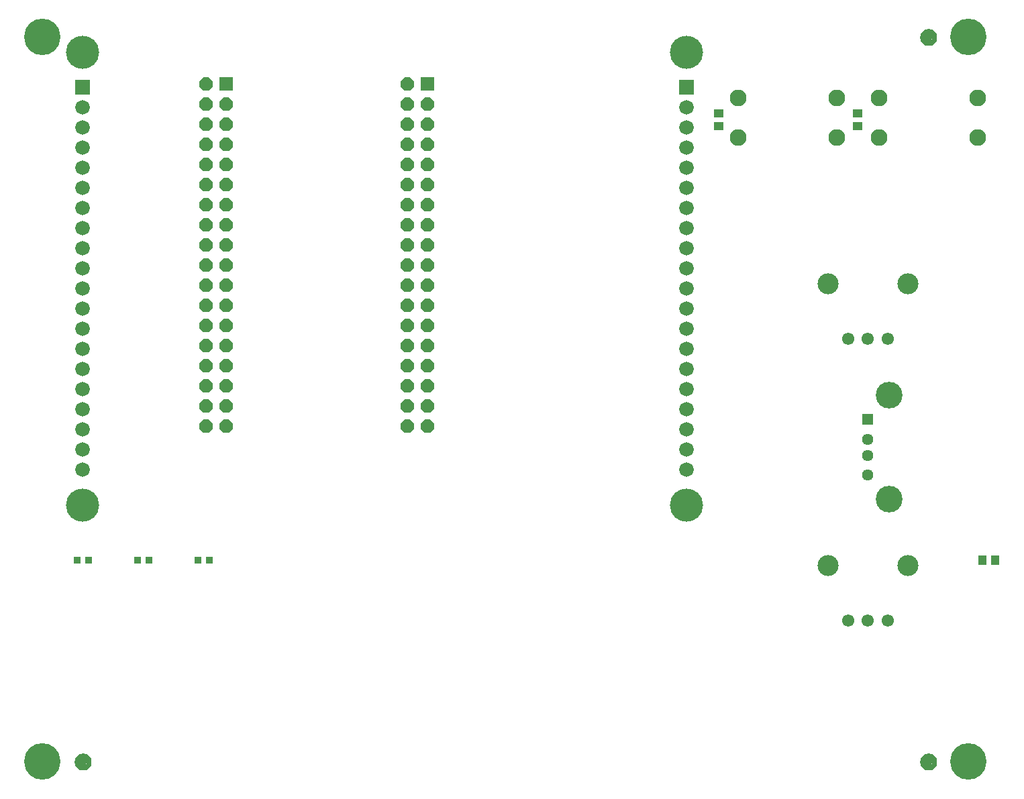
<source format=gbr>
G04 EAGLE Gerber RS-274X export*
G75*
%MOMM*%
%FSLAX34Y34*%
%LPD*%
%INSoldermask Top*%
%IPPOS*%
%AMOC8*
5,1,8,0,0,1.08239X$1,22.5*%
G01*
%ADD10R,0.952400X0.952400*%
%ADD11C,0.609600*%
%ADD12C,1.168400*%
%ADD13R,1.440400X1.440400*%
%ADD14C,1.440400*%
%ADD15C,3.372400*%
%ADD16R,1.828800X1.828800*%
%ADD17C,1.828800*%
%ADD18C,4.168400*%
%ADD19C,4.597400*%
%ADD20C,1.552400*%
%ADD21C,2.652400*%
%ADD22R,1.183641X1.102359*%
%ADD23R,1.102359X1.183641*%
%ADD24C,2.112400*%
%ADD25R,1.676400X1.676400*%
%ADD26P,1.814519X8X292.500000*%


D10*
X246500Y304800D03*
X261500Y304800D03*
X170300Y304800D03*
X185300Y304800D03*
X94100Y304800D03*
X109100Y304800D03*
D11*
X1160780Y965200D02*
X1160782Y965387D01*
X1160789Y965574D01*
X1160801Y965761D01*
X1160817Y965947D01*
X1160837Y966133D01*
X1160862Y966318D01*
X1160892Y966503D01*
X1160926Y966687D01*
X1160965Y966870D01*
X1161008Y967052D01*
X1161056Y967232D01*
X1161108Y967412D01*
X1161165Y967590D01*
X1161225Y967767D01*
X1161291Y967942D01*
X1161360Y968116D01*
X1161434Y968288D01*
X1161512Y968458D01*
X1161594Y968626D01*
X1161680Y968792D01*
X1161770Y968956D01*
X1161864Y969117D01*
X1161962Y969277D01*
X1162064Y969433D01*
X1162170Y969588D01*
X1162280Y969739D01*
X1162393Y969888D01*
X1162510Y970034D01*
X1162630Y970177D01*
X1162754Y970317D01*
X1162881Y970454D01*
X1163012Y970588D01*
X1163146Y970719D01*
X1163283Y970846D01*
X1163423Y970970D01*
X1163566Y971090D01*
X1163712Y971207D01*
X1163861Y971320D01*
X1164012Y971430D01*
X1164167Y971536D01*
X1164323Y971638D01*
X1164483Y971736D01*
X1164644Y971830D01*
X1164808Y971920D01*
X1164974Y972006D01*
X1165142Y972088D01*
X1165312Y972166D01*
X1165484Y972240D01*
X1165658Y972309D01*
X1165833Y972375D01*
X1166010Y972435D01*
X1166188Y972492D01*
X1166368Y972544D01*
X1166548Y972592D01*
X1166730Y972635D01*
X1166913Y972674D01*
X1167097Y972708D01*
X1167282Y972738D01*
X1167467Y972763D01*
X1167653Y972783D01*
X1167839Y972799D01*
X1168026Y972811D01*
X1168213Y972818D01*
X1168400Y972820D01*
X1168587Y972818D01*
X1168774Y972811D01*
X1168961Y972799D01*
X1169147Y972783D01*
X1169333Y972763D01*
X1169518Y972738D01*
X1169703Y972708D01*
X1169887Y972674D01*
X1170070Y972635D01*
X1170252Y972592D01*
X1170432Y972544D01*
X1170612Y972492D01*
X1170790Y972435D01*
X1170967Y972375D01*
X1171142Y972309D01*
X1171316Y972240D01*
X1171488Y972166D01*
X1171658Y972088D01*
X1171826Y972006D01*
X1171992Y971920D01*
X1172156Y971830D01*
X1172317Y971736D01*
X1172477Y971638D01*
X1172633Y971536D01*
X1172788Y971430D01*
X1172939Y971320D01*
X1173088Y971207D01*
X1173234Y971090D01*
X1173377Y970970D01*
X1173517Y970846D01*
X1173654Y970719D01*
X1173788Y970588D01*
X1173919Y970454D01*
X1174046Y970317D01*
X1174170Y970177D01*
X1174290Y970034D01*
X1174407Y969888D01*
X1174520Y969739D01*
X1174630Y969588D01*
X1174736Y969433D01*
X1174838Y969277D01*
X1174936Y969117D01*
X1175030Y968956D01*
X1175120Y968792D01*
X1175206Y968626D01*
X1175288Y968458D01*
X1175366Y968288D01*
X1175440Y968116D01*
X1175509Y967942D01*
X1175575Y967767D01*
X1175635Y967590D01*
X1175692Y967412D01*
X1175744Y967232D01*
X1175792Y967052D01*
X1175835Y966870D01*
X1175874Y966687D01*
X1175908Y966503D01*
X1175938Y966318D01*
X1175963Y966133D01*
X1175983Y965947D01*
X1175999Y965761D01*
X1176011Y965574D01*
X1176018Y965387D01*
X1176020Y965200D01*
X1176018Y965013D01*
X1176011Y964826D01*
X1175999Y964639D01*
X1175983Y964453D01*
X1175963Y964267D01*
X1175938Y964082D01*
X1175908Y963897D01*
X1175874Y963713D01*
X1175835Y963530D01*
X1175792Y963348D01*
X1175744Y963168D01*
X1175692Y962988D01*
X1175635Y962810D01*
X1175575Y962633D01*
X1175509Y962458D01*
X1175440Y962284D01*
X1175366Y962112D01*
X1175288Y961942D01*
X1175206Y961774D01*
X1175120Y961608D01*
X1175030Y961444D01*
X1174936Y961283D01*
X1174838Y961123D01*
X1174736Y960967D01*
X1174630Y960812D01*
X1174520Y960661D01*
X1174407Y960512D01*
X1174290Y960366D01*
X1174170Y960223D01*
X1174046Y960083D01*
X1173919Y959946D01*
X1173788Y959812D01*
X1173654Y959681D01*
X1173517Y959554D01*
X1173377Y959430D01*
X1173234Y959310D01*
X1173088Y959193D01*
X1172939Y959080D01*
X1172788Y958970D01*
X1172633Y958864D01*
X1172477Y958762D01*
X1172317Y958664D01*
X1172156Y958570D01*
X1171992Y958480D01*
X1171826Y958394D01*
X1171658Y958312D01*
X1171488Y958234D01*
X1171316Y958160D01*
X1171142Y958091D01*
X1170967Y958025D01*
X1170790Y957965D01*
X1170612Y957908D01*
X1170432Y957856D01*
X1170252Y957808D01*
X1170070Y957765D01*
X1169887Y957726D01*
X1169703Y957692D01*
X1169518Y957662D01*
X1169333Y957637D01*
X1169147Y957617D01*
X1168961Y957601D01*
X1168774Y957589D01*
X1168587Y957582D01*
X1168400Y957580D01*
X1168213Y957582D01*
X1168026Y957589D01*
X1167839Y957601D01*
X1167653Y957617D01*
X1167467Y957637D01*
X1167282Y957662D01*
X1167097Y957692D01*
X1166913Y957726D01*
X1166730Y957765D01*
X1166548Y957808D01*
X1166368Y957856D01*
X1166188Y957908D01*
X1166010Y957965D01*
X1165833Y958025D01*
X1165658Y958091D01*
X1165484Y958160D01*
X1165312Y958234D01*
X1165142Y958312D01*
X1164974Y958394D01*
X1164808Y958480D01*
X1164644Y958570D01*
X1164483Y958664D01*
X1164323Y958762D01*
X1164167Y958864D01*
X1164012Y958970D01*
X1163861Y959080D01*
X1163712Y959193D01*
X1163566Y959310D01*
X1163423Y959430D01*
X1163283Y959554D01*
X1163146Y959681D01*
X1163012Y959812D01*
X1162881Y959946D01*
X1162754Y960083D01*
X1162630Y960223D01*
X1162510Y960366D01*
X1162393Y960512D01*
X1162280Y960661D01*
X1162170Y960812D01*
X1162064Y960967D01*
X1161962Y961123D01*
X1161864Y961283D01*
X1161770Y961444D01*
X1161680Y961608D01*
X1161594Y961774D01*
X1161512Y961942D01*
X1161434Y962112D01*
X1161360Y962284D01*
X1161291Y962458D01*
X1161225Y962633D01*
X1161165Y962810D01*
X1161108Y962988D01*
X1161056Y963168D01*
X1161008Y963348D01*
X1160965Y963530D01*
X1160926Y963713D01*
X1160892Y963897D01*
X1160862Y964082D01*
X1160837Y964267D01*
X1160817Y964453D01*
X1160801Y964639D01*
X1160789Y964826D01*
X1160782Y965013D01*
X1160780Y965200D01*
D12*
X1168400Y965200D03*
D11*
X1160780Y50800D02*
X1160782Y50987D01*
X1160789Y51174D01*
X1160801Y51361D01*
X1160817Y51547D01*
X1160837Y51733D01*
X1160862Y51918D01*
X1160892Y52103D01*
X1160926Y52287D01*
X1160965Y52470D01*
X1161008Y52652D01*
X1161056Y52832D01*
X1161108Y53012D01*
X1161165Y53190D01*
X1161225Y53367D01*
X1161291Y53542D01*
X1161360Y53716D01*
X1161434Y53888D01*
X1161512Y54058D01*
X1161594Y54226D01*
X1161680Y54392D01*
X1161770Y54556D01*
X1161864Y54717D01*
X1161962Y54877D01*
X1162064Y55033D01*
X1162170Y55188D01*
X1162280Y55339D01*
X1162393Y55488D01*
X1162510Y55634D01*
X1162630Y55777D01*
X1162754Y55917D01*
X1162881Y56054D01*
X1163012Y56188D01*
X1163146Y56319D01*
X1163283Y56446D01*
X1163423Y56570D01*
X1163566Y56690D01*
X1163712Y56807D01*
X1163861Y56920D01*
X1164012Y57030D01*
X1164167Y57136D01*
X1164323Y57238D01*
X1164483Y57336D01*
X1164644Y57430D01*
X1164808Y57520D01*
X1164974Y57606D01*
X1165142Y57688D01*
X1165312Y57766D01*
X1165484Y57840D01*
X1165658Y57909D01*
X1165833Y57975D01*
X1166010Y58035D01*
X1166188Y58092D01*
X1166368Y58144D01*
X1166548Y58192D01*
X1166730Y58235D01*
X1166913Y58274D01*
X1167097Y58308D01*
X1167282Y58338D01*
X1167467Y58363D01*
X1167653Y58383D01*
X1167839Y58399D01*
X1168026Y58411D01*
X1168213Y58418D01*
X1168400Y58420D01*
X1168587Y58418D01*
X1168774Y58411D01*
X1168961Y58399D01*
X1169147Y58383D01*
X1169333Y58363D01*
X1169518Y58338D01*
X1169703Y58308D01*
X1169887Y58274D01*
X1170070Y58235D01*
X1170252Y58192D01*
X1170432Y58144D01*
X1170612Y58092D01*
X1170790Y58035D01*
X1170967Y57975D01*
X1171142Y57909D01*
X1171316Y57840D01*
X1171488Y57766D01*
X1171658Y57688D01*
X1171826Y57606D01*
X1171992Y57520D01*
X1172156Y57430D01*
X1172317Y57336D01*
X1172477Y57238D01*
X1172633Y57136D01*
X1172788Y57030D01*
X1172939Y56920D01*
X1173088Y56807D01*
X1173234Y56690D01*
X1173377Y56570D01*
X1173517Y56446D01*
X1173654Y56319D01*
X1173788Y56188D01*
X1173919Y56054D01*
X1174046Y55917D01*
X1174170Y55777D01*
X1174290Y55634D01*
X1174407Y55488D01*
X1174520Y55339D01*
X1174630Y55188D01*
X1174736Y55033D01*
X1174838Y54877D01*
X1174936Y54717D01*
X1175030Y54556D01*
X1175120Y54392D01*
X1175206Y54226D01*
X1175288Y54058D01*
X1175366Y53888D01*
X1175440Y53716D01*
X1175509Y53542D01*
X1175575Y53367D01*
X1175635Y53190D01*
X1175692Y53012D01*
X1175744Y52832D01*
X1175792Y52652D01*
X1175835Y52470D01*
X1175874Y52287D01*
X1175908Y52103D01*
X1175938Y51918D01*
X1175963Y51733D01*
X1175983Y51547D01*
X1175999Y51361D01*
X1176011Y51174D01*
X1176018Y50987D01*
X1176020Y50800D01*
X1176018Y50613D01*
X1176011Y50426D01*
X1175999Y50239D01*
X1175983Y50053D01*
X1175963Y49867D01*
X1175938Y49682D01*
X1175908Y49497D01*
X1175874Y49313D01*
X1175835Y49130D01*
X1175792Y48948D01*
X1175744Y48768D01*
X1175692Y48588D01*
X1175635Y48410D01*
X1175575Y48233D01*
X1175509Y48058D01*
X1175440Y47884D01*
X1175366Y47712D01*
X1175288Y47542D01*
X1175206Y47374D01*
X1175120Y47208D01*
X1175030Y47044D01*
X1174936Y46883D01*
X1174838Y46723D01*
X1174736Y46567D01*
X1174630Y46412D01*
X1174520Y46261D01*
X1174407Y46112D01*
X1174290Y45966D01*
X1174170Y45823D01*
X1174046Y45683D01*
X1173919Y45546D01*
X1173788Y45412D01*
X1173654Y45281D01*
X1173517Y45154D01*
X1173377Y45030D01*
X1173234Y44910D01*
X1173088Y44793D01*
X1172939Y44680D01*
X1172788Y44570D01*
X1172633Y44464D01*
X1172477Y44362D01*
X1172317Y44264D01*
X1172156Y44170D01*
X1171992Y44080D01*
X1171826Y43994D01*
X1171658Y43912D01*
X1171488Y43834D01*
X1171316Y43760D01*
X1171142Y43691D01*
X1170967Y43625D01*
X1170790Y43565D01*
X1170612Y43508D01*
X1170432Y43456D01*
X1170252Y43408D01*
X1170070Y43365D01*
X1169887Y43326D01*
X1169703Y43292D01*
X1169518Y43262D01*
X1169333Y43237D01*
X1169147Y43217D01*
X1168961Y43201D01*
X1168774Y43189D01*
X1168587Y43182D01*
X1168400Y43180D01*
X1168213Y43182D01*
X1168026Y43189D01*
X1167839Y43201D01*
X1167653Y43217D01*
X1167467Y43237D01*
X1167282Y43262D01*
X1167097Y43292D01*
X1166913Y43326D01*
X1166730Y43365D01*
X1166548Y43408D01*
X1166368Y43456D01*
X1166188Y43508D01*
X1166010Y43565D01*
X1165833Y43625D01*
X1165658Y43691D01*
X1165484Y43760D01*
X1165312Y43834D01*
X1165142Y43912D01*
X1164974Y43994D01*
X1164808Y44080D01*
X1164644Y44170D01*
X1164483Y44264D01*
X1164323Y44362D01*
X1164167Y44464D01*
X1164012Y44570D01*
X1163861Y44680D01*
X1163712Y44793D01*
X1163566Y44910D01*
X1163423Y45030D01*
X1163283Y45154D01*
X1163146Y45281D01*
X1163012Y45412D01*
X1162881Y45546D01*
X1162754Y45683D01*
X1162630Y45823D01*
X1162510Y45966D01*
X1162393Y46112D01*
X1162280Y46261D01*
X1162170Y46412D01*
X1162064Y46567D01*
X1161962Y46723D01*
X1161864Y46883D01*
X1161770Y47044D01*
X1161680Y47208D01*
X1161594Y47374D01*
X1161512Y47542D01*
X1161434Y47712D01*
X1161360Y47884D01*
X1161291Y48058D01*
X1161225Y48233D01*
X1161165Y48410D01*
X1161108Y48588D01*
X1161056Y48768D01*
X1161008Y48948D01*
X1160965Y49130D01*
X1160926Y49313D01*
X1160892Y49497D01*
X1160862Y49682D01*
X1160837Y49867D01*
X1160817Y50053D01*
X1160801Y50239D01*
X1160789Y50426D01*
X1160782Y50613D01*
X1160780Y50800D01*
D12*
X1168400Y50800D03*
D11*
X93980Y50800D02*
X93982Y50987D01*
X93989Y51174D01*
X94001Y51361D01*
X94017Y51547D01*
X94037Y51733D01*
X94062Y51918D01*
X94092Y52103D01*
X94126Y52287D01*
X94165Y52470D01*
X94208Y52652D01*
X94256Y52832D01*
X94308Y53012D01*
X94365Y53190D01*
X94425Y53367D01*
X94491Y53542D01*
X94560Y53716D01*
X94634Y53888D01*
X94712Y54058D01*
X94794Y54226D01*
X94880Y54392D01*
X94970Y54556D01*
X95064Y54717D01*
X95162Y54877D01*
X95264Y55033D01*
X95370Y55188D01*
X95480Y55339D01*
X95593Y55488D01*
X95710Y55634D01*
X95830Y55777D01*
X95954Y55917D01*
X96081Y56054D01*
X96212Y56188D01*
X96346Y56319D01*
X96483Y56446D01*
X96623Y56570D01*
X96766Y56690D01*
X96912Y56807D01*
X97061Y56920D01*
X97212Y57030D01*
X97367Y57136D01*
X97523Y57238D01*
X97683Y57336D01*
X97844Y57430D01*
X98008Y57520D01*
X98174Y57606D01*
X98342Y57688D01*
X98512Y57766D01*
X98684Y57840D01*
X98858Y57909D01*
X99033Y57975D01*
X99210Y58035D01*
X99388Y58092D01*
X99568Y58144D01*
X99748Y58192D01*
X99930Y58235D01*
X100113Y58274D01*
X100297Y58308D01*
X100482Y58338D01*
X100667Y58363D01*
X100853Y58383D01*
X101039Y58399D01*
X101226Y58411D01*
X101413Y58418D01*
X101600Y58420D01*
X101787Y58418D01*
X101974Y58411D01*
X102161Y58399D01*
X102347Y58383D01*
X102533Y58363D01*
X102718Y58338D01*
X102903Y58308D01*
X103087Y58274D01*
X103270Y58235D01*
X103452Y58192D01*
X103632Y58144D01*
X103812Y58092D01*
X103990Y58035D01*
X104167Y57975D01*
X104342Y57909D01*
X104516Y57840D01*
X104688Y57766D01*
X104858Y57688D01*
X105026Y57606D01*
X105192Y57520D01*
X105356Y57430D01*
X105517Y57336D01*
X105677Y57238D01*
X105833Y57136D01*
X105988Y57030D01*
X106139Y56920D01*
X106288Y56807D01*
X106434Y56690D01*
X106577Y56570D01*
X106717Y56446D01*
X106854Y56319D01*
X106988Y56188D01*
X107119Y56054D01*
X107246Y55917D01*
X107370Y55777D01*
X107490Y55634D01*
X107607Y55488D01*
X107720Y55339D01*
X107830Y55188D01*
X107936Y55033D01*
X108038Y54877D01*
X108136Y54717D01*
X108230Y54556D01*
X108320Y54392D01*
X108406Y54226D01*
X108488Y54058D01*
X108566Y53888D01*
X108640Y53716D01*
X108709Y53542D01*
X108775Y53367D01*
X108835Y53190D01*
X108892Y53012D01*
X108944Y52832D01*
X108992Y52652D01*
X109035Y52470D01*
X109074Y52287D01*
X109108Y52103D01*
X109138Y51918D01*
X109163Y51733D01*
X109183Y51547D01*
X109199Y51361D01*
X109211Y51174D01*
X109218Y50987D01*
X109220Y50800D01*
X109218Y50613D01*
X109211Y50426D01*
X109199Y50239D01*
X109183Y50053D01*
X109163Y49867D01*
X109138Y49682D01*
X109108Y49497D01*
X109074Y49313D01*
X109035Y49130D01*
X108992Y48948D01*
X108944Y48768D01*
X108892Y48588D01*
X108835Y48410D01*
X108775Y48233D01*
X108709Y48058D01*
X108640Y47884D01*
X108566Y47712D01*
X108488Y47542D01*
X108406Y47374D01*
X108320Y47208D01*
X108230Y47044D01*
X108136Y46883D01*
X108038Y46723D01*
X107936Y46567D01*
X107830Y46412D01*
X107720Y46261D01*
X107607Y46112D01*
X107490Y45966D01*
X107370Y45823D01*
X107246Y45683D01*
X107119Y45546D01*
X106988Y45412D01*
X106854Y45281D01*
X106717Y45154D01*
X106577Y45030D01*
X106434Y44910D01*
X106288Y44793D01*
X106139Y44680D01*
X105988Y44570D01*
X105833Y44464D01*
X105677Y44362D01*
X105517Y44264D01*
X105356Y44170D01*
X105192Y44080D01*
X105026Y43994D01*
X104858Y43912D01*
X104688Y43834D01*
X104516Y43760D01*
X104342Y43691D01*
X104167Y43625D01*
X103990Y43565D01*
X103812Y43508D01*
X103632Y43456D01*
X103452Y43408D01*
X103270Y43365D01*
X103087Y43326D01*
X102903Y43292D01*
X102718Y43262D01*
X102533Y43237D01*
X102347Y43217D01*
X102161Y43201D01*
X101974Y43189D01*
X101787Y43182D01*
X101600Y43180D01*
X101413Y43182D01*
X101226Y43189D01*
X101039Y43201D01*
X100853Y43217D01*
X100667Y43237D01*
X100482Y43262D01*
X100297Y43292D01*
X100113Y43326D01*
X99930Y43365D01*
X99748Y43408D01*
X99568Y43456D01*
X99388Y43508D01*
X99210Y43565D01*
X99033Y43625D01*
X98858Y43691D01*
X98684Y43760D01*
X98512Y43834D01*
X98342Y43912D01*
X98174Y43994D01*
X98008Y44080D01*
X97844Y44170D01*
X97683Y44264D01*
X97523Y44362D01*
X97367Y44464D01*
X97212Y44570D01*
X97061Y44680D01*
X96912Y44793D01*
X96766Y44910D01*
X96623Y45030D01*
X96483Y45154D01*
X96346Y45281D01*
X96212Y45412D01*
X96081Y45546D01*
X95954Y45683D01*
X95830Y45823D01*
X95710Y45966D01*
X95593Y46112D01*
X95480Y46261D01*
X95370Y46412D01*
X95264Y46567D01*
X95162Y46723D01*
X95064Y46883D01*
X94970Y47044D01*
X94880Y47208D01*
X94794Y47374D01*
X94712Y47542D01*
X94634Y47712D01*
X94560Y47884D01*
X94491Y48058D01*
X94425Y48233D01*
X94365Y48410D01*
X94308Y48588D01*
X94256Y48768D01*
X94208Y48948D01*
X94165Y49130D01*
X94126Y49313D01*
X94092Y49497D01*
X94062Y49682D01*
X94037Y49867D01*
X94017Y50053D01*
X94001Y50239D01*
X93989Y50426D01*
X93982Y50613D01*
X93980Y50800D01*
D12*
X101600Y50800D03*
D13*
X1092200Y482600D03*
D14*
X1092200Y457600D03*
X1092200Y437600D03*
X1092200Y412600D03*
D15*
X1119300Y513300D03*
X1119300Y381900D03*
D16*
X863600Y901700D03*
D17*
X863600Y876300D03*
X863600Y850900D03*
X863600Y825500D03*
X863600Y800100D03*
X863600Y774700D03*
X863600Y749300D03*
X863600Y723900D03*
X863600Y698500D03*
X863600Y673100D03*
X863600Y647700D03*
X863600Y622300D03*
X863600Y596900D03*
X863600Y571500D03*
X863600Y546100D03*
X863600Y520700D03*
X863600Y495300D03*
X863600Y469900D03*
X863600Y444500D03*
X863600Y419100D03*
D16*
X101600Y901700D03*
D17*
X101600Y876300D03*
X101600Y850900D03*
X101600Y825500D03*
X101600Y800100D03*
X101600Y774700D03*
X101600Y749300D03*
X101600Y723900D03*
X101600Y698500D03*
X101600Y673100D03*
X101600Y647700D03*
X101600Y622300D03*
X101600Y596900D03*
X101600Y571500D03*
X101600Y546100D03*
X101600Y520700D03*
X101600Y495300D03*
X101600Y469900D03*
X101600Y444500D03*
X101600Y419100D03*
D18*
X101600Y946150D03*
X101600Y374650D03*
X863600Y946150D03*
X863600Y374650D03*
D19*
X1219200Y965200D03*
X1219200Y50800D03*
X50800Y50800D03*
X50800Y965200D03*
D20*
X1067200Y584200D03*
X1092200Y584200D03*
X1117200Y584200D03*
D21*
X1042200Y654200D03*
X1142200Y654200D03*
D20*
X1067200Y228600D03*
X1092200Y228600D03*
X1117200Y228600D03*
D21*
X1042200Y298600D03*
X1142200Y298600D03*
D22*
X904240Y869061D03*
X904240Y853059D03*
X1079500Y869061D03*
X1079500Y853059D03*
D23*
X1236599Y304800D03*
X1252601Y304800D03*
D24*
X1053100Y888600D03*
X1053100Y838600D03*
X928100Y838600D03*
X928100Y888600D03*
X1230900Y888600D03*
X1230900Y838600D03*
X1105900Y838600D03*
X1105900Y888600D03*
D25*
X536200Y906100D03*
D26*
X510800Y906100D03*
X536200Y880700D03*
X510800Y880700D03*
X536200Y855300D03*
X510800Y855300D03*
X536200Y829900D03*
X510800Y829900D03*
X536200Y804500D03*
X510800Y804500D03*
X536200Y779100D03*
X510800Y779100D03*
X536200Y753700D03*
X510800Y753700D03*
X536200Y728300D03*
X510800Y728300D03*
X536200Y702900D03*
X510800Y702900D03*
X536200Y677500D03*
X510800Y677500D03*
X536200Y652100D03*
X510800Y652100D03*
X536200Y626700D03*
X510800Y626700D03*
X536200Y601300D03*
X510800Y601300D03*
X536200Y575900D03*
X510800Y575900D03*
X536200Y550500D03*
X510800Y550500D03*
X536200Y525100D03*
X510800Y525100D03*
X536200Y499700D03*
X510800Y499700D03*
X536200Y474300D03*
X510800Y474300D03*
D25*
X282200Y906100D03*
D26*
X256800Y906100D03*
X282200Y880700D03*
X256800Y880700D03*
X282200Y855300D03*
X256800Y855300D03*
X282200Y829900D03*
X256800Y829900D03*
X282200Y804500D03*
X256800Y804500D03*
X282200Y779100D03*
X256800Y779100D03*
X282200Y753700D03*
X256800Y753700D03*
X282200Y728300D03*
X256800Y728300D03*
X282200Y702900D03*
X256800Y702900D03*
X282200Y677500D03*
X256800Y677500D03*
X282200Y652100D03*
X256800Y652100D03*
X282200Y626700D03*
X256800Y626700D03*
X282200Y601300D03*
X256800Y601300D03*
X282200Y575900D03*
X256800Y575900D03*
X282200Y550500D03*
X256800Y550500D03*
X282200Y525100D03*
X256800Y525100D03*
X282200Y499700D03*
X256800Y499700D03*
X282200Y474300D03*
X256800Y474300D03*
M02*

</source>
